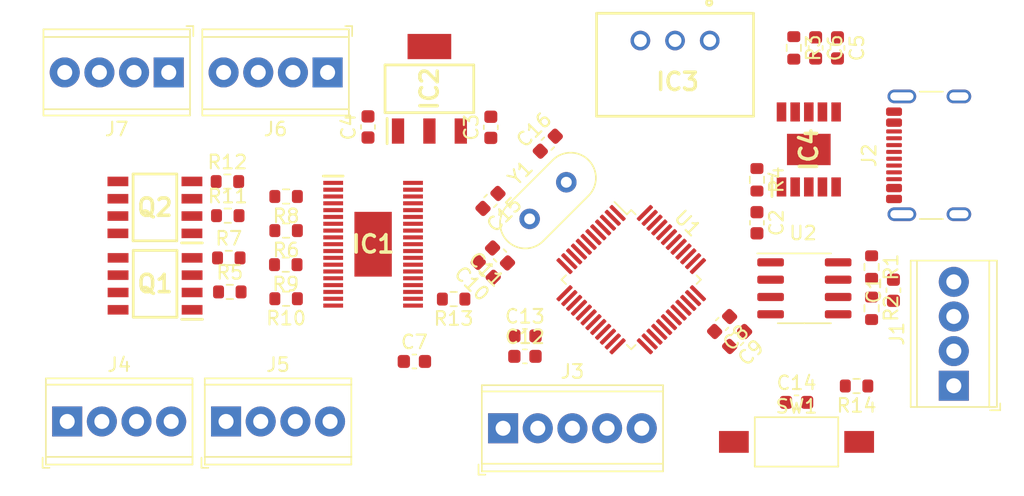
<source format=kicad_pcb>
(kicad_pcb (version 20221018) (generator pcbnew)
  (layers (0 "F.Cu" signal) (31 "B.Cu" signal) (34 "B.Paste" user) (35 "F.Paste" user) (36 "B.SilkS" user "B.Silkscreen") (37 "F.SilkS" user "F.Silkscreen") (38 "B.Mask" user) (39 "F.Mask" user) (44 "Edge.Cuts" user))
  (net 0 "")
  (net 1 "GND")
  (net 2 "Net-(C1-Pad2)")
  (net 3 "+3.3V")
  (net 4 "+3V3")
  (net 5 "+5V")
  (net 6 "VBUS")
  (net 7 "/NRST")
  (net 8 "/OSC_OUT")
  (net 9 "/OSC_IN")
  (net 10 "/USART6_EN")
  (net 11 "Net-(IC1-GATE4)")
  (net 12 "Net-(IC1-SENSE-4)")
  (net 13 "Net-(IC1-L+4)")
  (net 14 "Net-(IC1-CQ4)")
  (net 15 "Net-(IC1-CQ3)")
  (net 16 "Net-(IC1-GATE3)")
  (net 17 "Net-(IC1-SENSE-3)")
  (net 18 "Net-(IC1-L+3)")
  (net 19 "Net-(IC1-GATE2)")
  (net 20 "Net-(IC1-SENSE-2)")
  (net 21 "Net-(IC1-L+2)")
  (net 22 "Net-(IC1-CQ2)")
  (net 23 "Net-(IC1-CQ1)")
  (net 24 "Net-(IC1-GATE1)")
  (net 25 "Net-(IC1-SENSE-1)")
  (net 26 "Net-(IC1-L+1)")
  (net 27 "/USART2_RX")
  (net 28 "/USART2_TX")
  (net 29 "/USART2_EN")
  (net 30 "/IRQ")
  (net 31 "/SPI2_MISO")
  (net 32 "/USART3_RX")
  (net 33 "/USART3_TX")
  (net 34 "/USART3_EN")
  (net 35 "/SPI2_MOSI")
  (net 36 "/SPI2_SCK")
  (net 37 "/SPI2_NSS")
  (net 38 "/USART4_RX")
  (net 39 "/USART4_TX")
  (net 40 "/USART4_EN")
  (net 41 "/USART6_RX")
  (net 42 "/USART6_TX")
  (net 45 "/DP")
  (net 46 "/DM")
  (net 47 "/CC2")
  (net 48 "/CC1")
  (net 49 "Net-(IC4-VBUS)")
  (net 52 "/CAN_H")
  (net 53 "/CAN_L")
  (net 56 "/SWDIO")
  (net 57 "/SWCLK")
  (net 58 "/USART1_TX")
  (net 59 "/USART1_RX")
  (net 64 "Net-(Q1-G1)")
  (net 65 "Net-(Q1-G2)")
  (net 66 "Net-(Q2-G1)")
  (net 67 "Net-(Q2-G2)")
  (net 81 "/CAN_RX")
  (net 82 "/CAN_TX")
  (footprint "Capacitor_SMD:C_0603_1608Metric" (layer "F.Cu") (at 85.9 77.825 90)
    (fp_text reference "C3" (at 0 -1.43 90) (layer "F.SilkS"))
    (fp_text value "22uF")
    (pad "1" smd roundrect (at -0.775 0 90) (size 0.9 0.95) (layers "F.Cu" "F.Paste" "F.Mask") (net 4 "+3V3"))
    (pad "2" smd roundrect (at 0.775 0 90) (size 0.9 0.95) (layers "F.Cu" "F.Paste" "F.Mask") (net 1 "GND"))
  )
  (footprint "TerminalBlock_Phoenix:TerminalBlock_Phoenix_MPT-0,5-5-2.54_1x05_P2.54mm_Horizontal" (layer "F.Cu") (at 86.8 99.9)
    (fp_text reference "J3" (at 5.08 -4.16) (layer "F.SilkS"))
    (fp_text value "Screw_Terminal_01x05")
    (pad "1" thru_hole rect (at 0 0) (size 2.2 2.2) (drill 1.1) (layers "*.Cu" "*.Mask") (net 1 "GND"))
    (pad "2" thru_hole circle (at 2.54 0) (size 2.2 2.2) (drill 1.1) (layers "*.Cu" "*.Mask") (net 56 "/SWDIO"))
    (pad "3" thru_hole circle (at 5.08 0) (size 2.2 2.2) (drill 1.1) (layers "*.Cu" "*.Mask") (net 57 "/SWCLK"))
    (pad "4" thru_hole circle (at 7.62 0) (size 2.2 2.2) (drill 1.1) (layers "*.Cu" "*.Mask") (net 58 "/USART1_TX"))
    (pad "5" thru_hole circle (at 10.16 0) (size 2.2 2.2) (drill 1.1) (layers "*.Cu" "*.Mask") (net 59 "/USART1_RX"))
  )
  (footprint "Resistor_SMD:R_0603_1608Metric" (layer "F.Cu") (at 70.9 82.9 180)
    (fp_text reference "R8" (at 0 -1.43) (layer "F.SilkS"))
    (fp_text value "0.2ohm")
    (pad "1" smd roundrect (at -0.825 0 180) (size 0.8 0.95) (layers "F.Cu" "F.Paste" "F.Mask") (net 12 "Net-(IC1-SENSE-4)"))
    (pad "2" smd roundrect (at 0.825 0 180) (size 0.8 0.95) (layers "F.Cu" "F.Paste" "F.Mask") (net 6 "VBUS"))
  )
  (footprint "Resistor_SMD:R_0603_1608Metric" (layer "F.Cu") (at 66.6 81.805)
    (fp_text reference "R12" (at 0 -1.43) (layer "F.SilkS"))
    (fp_text value "10ohm")
    (pad "1" smd roundrect (at -0.825 0) (size 0.8 0.95) (layers "F.Cu" "F.Paste" "F.Mask") (net 67 "Net-(Q2-G2)"))
    (pad "2" smd roundrect (at 0.825 0) (size 0.8 0.95) (layers "F.Cu" "F.Paste" "F.Mask") (net 11 "Net-(IC1-GATE4)"))
  )
  (footprint "Capacitor_SMD:C_0603_1608Metric" (layer "F.Cu") (at 88.399874 93.125126)
    (fp_text reference "C13" (at 0 -1.43) (layer "F.SilkS"))
    (fp_text value "4.7uF")
    (pad "1" smd roundrect (at -0.775 0) (size 0.9 0.95) (layers "F.Cu" "F.Paste" "F.Mask") (net 4 "+3V3"))
    (pad "2" smd roundrect (at 0.775 0) (size 0.9 0.95) (layers "F.Cu" "F.Paste" "F.Mask") (net 1 "GND"))
  )
  (footprint "Capacitor_SMD:C_0603_1608Metric" (layer "F.Cu") (at 109.7 72 -90)
    (fp_text reference "C6" (at 0 -1.43 90) (layer "F.SilkS"))
    (fp_text value "4.7uF")
    (pad "1" smd roundrect (at -0.775 0 270) (size 0.9 0.95) (layers "F.Cu" "F.Paste" "F.Mask") (net 6 "VBUS"))
    (pad "2" smd roundrect (at 0.775 0 270) (size 0.9 0.95) (layers "F.Cu" "F.Paste" "F.Mask") (net 1 "GND"))
  )
  (footprint "Capacitor_SMD:C_0603_1608Metric" (layer "F.Cu") (at 115.4 89.775 90)
    (fp_text reference "C1" (at 0 -1.43 90) (layer "F.SilkS"))
    (fp_text value "4.7uF")
    (pad "1" smd roundrect (at -0.775 0 90) (size 0.9 0.95) (layers "F.Cu" "F.Paste" "F.Mask") (net 1 "GND"))
    (pad "2" smd roundrect (at 0.775 0 90) (size 0.9 0.95) (layers "F.Cu" "F.Paste" "F.Mask") (net 2 "Net-(C1-Pad2)"))
  )
  (footprint "Resistor_SMD:R_0603_1608Metric" (layer "F.Cu") (at 105.4 81.675 -90)
    (fp_text reference "R4" (at 0 -1.43 90) (layer "F.SilkS"))
    (fp_text value "1kohm")
    (pad "1" smd roundrect (at -0.825 0 270) (size 0.8 0.95) (layers "F.Cu" "F.Paste" "F.Mask") (net 6 "VBUS"))
    (pad "2" smd roundrect (at 0.825 0 270) (size 0.8 0.95) (layers "F.Cu" "F.Paste" "F.Mask") (net 3 "+3.3V"))
  )
  (footprint "myLIB:SOP100P600X180-11N" (layer "F.Cu") (at 109.2 79.45 90)
    (fp_text reference "IC4" (at 0 0 90) (layer "F.SilkS") (effects (font (size 1.27 1.27) (thickness 0.254))))
    (fp_text value "CH224K" hide)
    (pad "1" smd rect (at -2.75 -2 180) (size 0.7 1.4) (layers "F.Cu" "F.Paste" "F.Mask") (net 3 "+3.3V"))
    (pad "2" smd rect (at -2.75 -1 180) (size 0.7 1.4) (layers "F.Cu" "F.Paste" "F.Mask"))
    (pad "3" smd rect (at -2.75 0 180) (size 0.7 1.4) (layers "F.Cu" "F.Paste" "F.Mask"))
    (pad "4" smd rect (at -2.75 1 180) (size 0.7 1.4) (layers "F.Cu" "F.Paste" "F.Mask") (net 45 "/DP"))
    (pad "5" smd rect (at -2.75 2 180) (size 0.7 1.4) (layers "F.Cu" "F.Paste" "F.Mask") (net 46 "/DM"))
    (pad "6" smd rect (at 2.75 2 180) (size 0.7 1.4) (layers "F.Cu" "F.Paste" "F.Mask") (net 47 "/CC2"))
    (pad "7" smd rect (at 2.75 1 180) (size 0.7 1.4) (layers "F.Cu" "F.Paste" "F.Mask") (net 48 "/CC1"))
    (pad "8" smd rect (at 2.75 0 180) (size 0.7 1.4) (layers "F.Cu" "F.Paste" "F.Mask") (net 49 "Net-(IC4-VBUS)"))
    (pad "9" smd rect (at 2.75 -1 180) (size 0.7 1.4) (layers "F.Cu" "F.Paste" "F.Mask"))
    (pad "10" smd rect (at 2.75 -2 180) (size 0.7 1.4) (layers "F.Cu" "F.Paste" "F.Mask"))
    (pad "11" smd rect (at 0 0 90) (size 2.3 3.2) (layers "F.Cu" "F.Paste" "F.Mask") (net 1 "GND"))
  )
  (footprint "Resistor_SMD:R_0603_1608Metric" (layer "F.Cu") (at 83.174874 90.425126 180)
    (fp_text reference "R13" (at 0 -1.43) (layer "F.SilkS"))
    (fp_text value "4.7kohm")
    (pad "1" smd roundrect (at -0.825 0 180) (size 0.8 0.95) (layers "F.Cu" "F.Paste" "F.Mask") (net 4 "+3V3"))
    (pad "2" smd roundrect (at 0.825 0 180) (size 0.8 0.95) (layers "F.Cu" "F.Paste" "F.Mask") (net 30 "/IRQ"))
  )
  (footprint "Capacitor_SMD:C_0603_1608Metric" (layer "F.Cu") (at 76.9 77.8 90)
    (fp_text reference "C4" (at 0 -1.43 90) (layer "F.SilkS"))
    (fp_text value "10uF")
    (pad "1" smd roundrect (at -0.775 0 90) (size 0.9 0.95) (layers "F.Cu" "F.Paste" "F.Mask") (net 5 "+5V"))
    (pad "2" smd roundrect (at 0.775 0 90) (size 0.9 0.95) (layers "F.Cu" "F.Paste" "F.Mask") (net 1 "GND"))
  )
  (footprint "myLIB:M78AR05" (layer "F.Cu") (at 99.4 69.4625 180)
    (fp_text reference "IC3" (at -0.183 -5.015) (layer "F.SilkS") (effects (font (size 1.27 1.27) (thickness 0.254))))
    (fp_text value "M78AR05-0.5" hide)
    (pad "1" thru_hole circle (at -2.54 -2 180) (size 1.44 1.44) (drill 0.94) (layers "*.Cu" "*.Mask") (net 6 "VBUS"))
    (pad "2" thru_hole circle (at 0 -2 180) (size 1.44 1.44) (drill 0.94) (layers "*.Cu" "*.Mask") (net 1 "GND"))
    (pad "3" thru_hole circle (at 2.54 -2 180) (size 1.44 1.44) (drill 0.94) (layers "*.Cu" "*.Mask") (net 5 "+5V"))
  )
  (footprint "Connector_USB:USB_C_Receptacle_GCT_USB4105-xx-A_16P_TopMnt_Horizontal" (layer "F.Cu") (at 119.125 79.88 90)
    (fp_text reference "J2" (at 0 -5.5 90 unlocked) (layer "F.SilkS"))
    (fp_text value "USB_C_Receptacle_USB2.0")
    (pad "" np_thru_hole circle (at -2.89 -2.605 90) (size 0.65 0.65) (drill 0.65) (layers "F&B.Cu" "*.Mask"))
    (pad "" np_thru_hole circle (at 2.89 -2.605 90) (size 0.65 0.65) (drill 0.65) (layers "F&B.Cu" "*.Mask"))
    (pad "A1" smd roundrect (at -3.2 -3.68 90) (size 0.6 1.15) (layers "F.Cu" "F.Paste" "F.Mask") (net 1 "GND"))
    (pad "A4" smd roundrect (at -2.4 -3.68 90) (size 0.6 1.15) (layers "F.Cu" "F.Paste" "F.Mask") (net 6 "VBUS"))
    (pad "A5" smd roundrect (at -1.25 -3.68 90) (size 0.3 1.15) (layers "F.Cu" "F.Paste" "F.Mask") (net 48 "/CC1"))
    (pad "A6" smd roundrect (at -0.25 -3.68 90) (size 0.3 1.15) (layers "F.Cu" "F.Paste" "F.Mask") (net 45 "/DP"))
    (pad "A7" smd roundrect (at 0.25 -3.68 90) (size 0.3 1.15) (layers "F.Cu" "F.Paste" "F.Mask") (net 46 "/DM"))
    (pad "A8" smd roundrect (at 1.25 -3.68 90) (size 0.3 1.15) (layers "F.Cu" "F.Paste" "F.Mask"))
    (pad "A9" smd roundrect (at 2.4 -3.68 90) (size 0.6 1.15) (layers "F.Cu" "F.Paste" "F.Mask") (net 6 "VBUS"))
    (pad "A12" smd roundrect (at 3.2 -3.68 90) (size 0.6 1.15) (layers "F.Cu" "F.Paste" "F.Mask") (net 1 "GND"))
    (pad "B1" smd roundrect (at 3.2 -3.68 90) (size 0.6 1.15) (layers "F.Cu" "F.Paste" "F.Mask") (net 1 "GND"))
    (pad "B4" smd roundrect (at 2.4 -3.68 90) (size 0.6 1.15) (layers "F.Cu" "F.Paste" "F.Mask") (net 6 "VBUS"))
    (pad "B5" smd roundrect (at 1.75 -3.68 90) (size 0.3 1.15) (layers "F.Cu" "F.Paste" "F.Mask") (net 47 "/CC2"))
    (pad "B6" smd roundrect (at 0.75 -3.68 90) (size 0.3 1.15) (layers "F.Cu" "F.Paste" "F.Mask") (net 45 "/DP"))
    (pad "B7" smd roundrect (at -0.75 -3.68 90) (size 0.3 1.15) (layers "F.Cu" "F.Paste" "F.Mask") (net 46 "/DM"))
    (pad "B8" smd roundrect (at -1.75 -3.68 90) (size 0.3 1.15) (layers "F.Cu" "F.Paste" "F.Mask"))
    (pad "B9" smd roundrect (at -2.4 -3.68 90) (size 0.6 1.15) (layers "F.Cu" "F.Paste" "F.Mask") (net 6 "VBUS"))
    (pad "B12" smd roundrect (at -3.2 -3.68 90) (size 0.6 1.15) (layers "F.Cu" "F.Paste" "F.Mask") (net 1 "GND"))
    (pad "S1" thru_hole oval (at -4.32 -3.105 90) (size 1 2.1) (drill oval 0.6 1.7) (layers "*.Cu" "*.Mask" "F.Paste") (net 1 "GND"))
    (pad "S1" thru_hole oval (at -4.32 1.075 90) (size 1 1.8) (drill oval 0.6 1.4) (layers "*.Cu" "*.Mask" "F.Paste") (net 1 "GND"))
    (pad "S1" thru_hole oval (at 4.32 -3.105 90) (size 1 2.1) (drill oval 0.6 1.7) (layers "*.Cu" "*.Mask" "F.Paste") (net 1 "GND"))
    (pad "S1" thru_hole oval (at 4.32 1.075 90) (size 1 1.8) (drill oval 0.6 1.4) (layers "*.Cu" "*.Mask" "F.Paste") (net 1 "GND"))
  )
  (footprint "myLIB:SOT230P700X180-4N" (layer "F.Cu") (at 81.4 75 90)
    (fp_text reference "IC2" (at 0 0 90) (layer "F.SilkS") (effects (font (size 1.27 1.27) (thickness 0.254))))
    (fp_text value "AZ1117CH2-5.0TRG1" hide)
    (pad "1" smd rect (at -3.1 -2.3 180) (size 0.9 1.85) (layers "F.Cu" "F.Paste" "F.Mask") (net 5 "+5V"))
    (pad "2" smd rect (at -3.1 0 180) (size 0.9 1.85) (layers "F.Cu" "F.Paste" "F.Mask") (net 1 "GND"))
    (pad "3" smd rect (at -3.1 2.3 180) (size 0.9 1.85) (layers "F.Cu" "F.Paste" "F.Mask") (net 4 "+3V3"))
    (pad "4" smd rect (at 3.1 0 90) (size 1.85 3.2) (layers "F.Cu" "F.Paste" "F.Mask") (net 1 "GND"))
  )
  (footprint "Crystal:Crystal_HC52-8mm_Vertical" (layer "F.Cu") (at 88.744373 84.542291 45)
    (fp_text reference "Y1" (at 1.9 -2.85 45) (layer "F.SilkS"))
    (fp_text value "8Mhz")
    (pad "1" thru_hole circle (at 0 0 45) (size 1.5 1.5) (drill 0.8) (layers "*.Cu" "*.Mask") (net 8 "/OSC_OUT"))
    (pad "2" thru_hole circle (at 3.8 0 45) (size 1.5 1.5) (drill 0.8) (layers "*.Cu" "*.Mask") (net 9 "/OSC_IN"))
  )
  (footprint "Resistor_SMD:R_0603_1608Metric" (layer "F.Cu") (at 113.8 88.075 -90)
    (fp_text reference "R1" (at 0 -1.43 90) (layer "F.SilkS"))
    (fp_text value "60ohm")
    (pad "1" smd roundrect (at -0.825 0 270) (size 0.8 0.95) (layers "F.Cu" "F.Paste" "F.Mask") (net 52 "/CAN_H"))
    (pad "2" smd roundrect (at 0.825 0 270) (size 0.8 0.95) (layers "F.Cu" "F.Paste" "F.Mask") (net 2 "Net-(C1-Pad2)"))
  )
  (footprint "myLIB:SOP50P640X120-39N" (layer "F.Cu") (at 77.275 86.4)
    (fp_text reference "IC1" (at 0 0) (layer "F.SilkS") (effects (font (size 1.27 1.27) (thickness 0.254))))
    (fp_text value "LTC2874IFE#PBF" hide)
    (pad "1" smd rect (at -2.925 -4.5 90) (size 0.3 1.45) (layers "F.Cu" "F.Paste" "F.Mask") (net 10 "/USART6_EN"))
    (pad "2" smd rect (at -2.925 -4 90) (size 0.3 1.45) (layers "F.Cu" "F.Paste" "F.Mask") (net 11 "Net-(IC1-GATE4)"))
    (pad "3" smd rect (at -2.925 -3.5 90) (size 0.3 1.45) (layers "F.Cu" "F.Paste" "F.Mask") (net 12 "Net-(IC1-SENSE-4)"))
    (pad "4" smd rect (at -2.925 -3 90) (size 0.3 1.45) (layers "F.Cu" "F.Paste" "F.Mask") (net 13 "Net-(IC1-L+4)"))
    (pad "5" smd rect (at -2.925 -2.5 90) (size 0.3 1.45) (layers "F.Cu" "F.Paste" "F.Mask") (net 14 "Net-(IC1-CQ4)"))
    (pad "6" smd rect (at -2.925 -2 90) (size 0.3 1.45) (layers "F.Cu" "F.Paste" "F.Mask") (net 15 "Net-(IC1-CQ3)"))
    (pad "7" smd rect (at -2.925 -1.5 90) (size 0.3 1.45) (layers "F.Cu" "F.Paste" "F.Mask") (net 16 "Net-(IC1-GATE3)"))
    (pad "8" smd rect (at -2.925 -1 90) (size 0.3 1.45) (layers "F.Cu" "F.Paste" "F.Mask") (net 17 "Net-(IC1-SENSE-3)"))
    (pad "9" smd rect (at -2.925 -0.5 90) (size 0.3 1.45) (layers "F.Cu" "F.Paste" "F.Mask") (net 18 "Net-(IC1-L+3)"))
    (pad "10" smd rect (at -2.925 0 90) (size 0.3 1.45) (layers "F.Cu" "F.Paste" "F.Mask") (net 6 "VBUS"))
    (pad "11" smd rect (at -2.925 0.5 90) (size 0.3 1.45) (layers "F.Cu" "F.Paste" "F.Mask") (net 6 "VBUS"))
    (pad "12" smd rect (at -2.925 1 90) (size 0.3 1.45) (layers "F.Cu" "F.Paste" "F.Mask") (net 19 "Net-(IC1-GATE2)"))
    (pad "13" smd rect (at -2.925 1.5 90) (size 0.3 1.45) (layers "F.Cu" "F.Paste" "F.Mask") (net 20 "Net-(IC1-SENSE-2)"))
    (pad "14" smd rect (at -2.925 2 90) (size 0.3 1.45) (layers "F.Cu" "F.Paste" "F.Mask") (net 21 "Net-(IC1-L+2)"))
    (pad "15" smd rect (at -2.925 2.5 90) (size 0.3 1.45) (layers "F.Cu" "F.Paste" "F.Mask") (net 22 "Net-(IC1-CQ2)"))
    (pad "16" smd rect (at -2.925 3 90) (size 0.3 1.45) (layers "F.Cu" "F.Paste" "F.Mask") (net 23 "Net-(IC1-CQ1)"))
    (pad "17" smd rect (at -2.925 3.5 90) (size 0.3 1.45) (layers "F.Cu" "F.Paste" "F.Mask") (net 24 "Net-(IC1-GATE1)"))
    (pad "18" smd rect (at -2.925 4 90) (size 0.3 1.45) (layers "F.Cu" "F.Paste" "F.Mask") (net 25 "Net-(IC1-SENSE-1)"))
    (pad "19" smd rect (at -2.925 4.5 90) (size 0.3 1.45) (layers "F.Cu" "F.Paste" "F.Mask") (net 26 "Net-(IC1-L+1)"))
    (pad "20" smd rect (at 2.925 4.5 90) (size 0.3 1.45) (layers "F.Cu" "F.Paste" "F.Mask") (net 27 "/USART2_RX"))
    (pad "21" smd rect (at 2.925 4 90) (size 0.3 1.45) (layers "F.Cu" "F.Paste" "F.Mask") (net 28 "/USART2_TX"))
    (pad "22" smd rect (at 2.925 3.5 90) (size 0.3 1.45) (layers "F.Cu" "F.Paste" "F.Mask") (net 29 "/USART2_EN"))
    (pad "23" smd rect (at 2.925 3 90) (size 0.3 1.45) (layers "F.Cu" "F.Paste" "F.Mask") (net 30 "/IRQ"))
    (pad "24" smd rect (at 2.925 2.5 90) (size 0.3 1.45) (layers "F.Cu" "F.Paste" "F.Mask") (net 31 "/SPI2_MISO"))
    (pad "25" smd rect (at 2.925 2 90) (size 0.3 1.45) (layers "F.Cu" "F.Paste" "F.Mask") (net 32 "/USART3_RX"))
    (pad "26" smd rect (at 2.925 1.5 90) (size 0.3 1.45) (layers "F.Cu" "F.Paste" "F.Mask") (net 33 "/USART3_TX"))
    (pad "27" smd rect (at 2.925 1 90) (size 0.3 1.45) (layers "F.Cu" "F.Paste" "F.Mask") (net 34 "/USART3_EN"))
    (pad "28" smd rect (at 2.925 0.5 90) (size 0.3 1.45) (layers "F.Cu" "F.Paste" "F.Mask") (net 4 "+3V3"))
    (pad "29" smd rect (at 2.925 0 90) (size 0.3 1.45) (layers "F.Cu" "F.Paste" "F.Mask") (net 1 "GND"))
    (pad "30" smd rect (at 2.925 -0.5 90) (size 0.3 1.45) (layers "F.Cu" "F.Paste" "F.Mask") (net 1 "GND"))
    (pad "31" smd rect (at 2.925 -1 90) (size 0.3 1.45) (layers "F.Cu" "F.Paste" "F.Mask") (net 35 "/SPI2_MOSI"))
    (pad "32" smd rect (at 2.925 -1.5 90) (size 0.3 1.45) (layers "F.Cu" "F.Paste" "F.Mask") (net 36 "/SPI2_SCK"))
    (pad "33" smd rect (at 2.925 -2 90) (size 0.3 1.45) (layers "F.Cu" "F.Paste" "F.Mask") (net 37 "/SPI2_NSS"))
    (pad "34" smd rect (at 2.925 -2.5 90) (size 0.3 1.45) (layers "F.Cu" "F.Paste" "F.Mask") (net 38 "/USART4_RX"))
    (pad "35" smd rect (at 2.925 -3 90) (size 0.3 1.45) (layers "F.Cu" "F.Paste" "F.Mask") (net 39 "/USART4_TX"))
    (pad "36" smd rect (at 2.925 -3.5 90) (size 0.3 1.45) (layers "F.Cu" "F.Paste" "F.Mask") (net 40 "/USART4_EN"))
    (pad "37" smd rect (at 2.925 -4 90) (size 0.3 1.45) (layers "F.Cu" "F.Paste" "F.Mask") (net 41 "/USART6_RX"))
    (pad "38" smd rect (at 2.925 -4.5 90) (size 0.3 1.45) (layers "F.Cu" "F.Paste" "F.Mask") (net 42 "/USART6_TX"))
    (pad "39" smd rect (at 0 0) (size 2.74 4.75) (layers "F.Cu" "F.Paste" "F.Mask") (net 1 "GND"))
  )
  (footprint "Resistor_SMD:R_0603_1608Metric" (layer "F.Cu") (at 108.1 72 -90)
    (fp_text reference "R3" (at 0 -1.43 90) (layer "F.SilkS"))
    (fp_text value "10kohm")
    (pad "1" smd roundrect (at -0.825 0 270) (size 0.8 0.95) (layers "F.Cu" "F.Paste" "F.Mask") (net 6 "VBUS"))
    (pad "2" smd roundrect (at 0.825 0 270) (size 0.8 0.95) (layers "F.Cu" "F.Paste" "F.Mask") (net 49 "Net-(IC4-VBUS)"))
  )
  (footprint "Capacitor_SMD:C_0603_1608Metric" (layer "F.Cu") (at 85.874874 83.225126 -135)
    (fp_text reference "C15" (at 0 -1.43 45) (layer "F.SilkS"))
    (fp_text value "32pF")
    (pad "1" smd roundrect (at -0.775 0 225) (size 0.9 0.95) (layers "F.Cu" "F.Paste" "F.Mask") (net 8 "/OSC_OUT"))
    (pad "2" smd roundrect (at 0.775 0 225) (size 0.9 0.95) (layers "F.Cu" "F.Paste" "F.Mask") (net 1 "GND"))
  )
  (footprint "TerminalBlock_Phoenix:TerminalBlock_Phoenix_MPT-0,5-4-2.54_1x04_P2.54mm_Horizontal" (layer "F.Cu") (at 54.86 99.4)
    (fp_text reference "J4" (at 3.81 -4.16) (layer "F.SilkS"))
    (fp_text value "Screw_Terminal_01x04")
    (pad "1" thru_hole rect (at 0 0) (size 2.2 2.2) (drill 1.1) (layers "*.Cu" "*.Mask") (net 21 "Net-(IC1-L+2)"))
    (pad "2" thru_hole circle (at 2.54 0) (size 2.2 2.2) (drill 1.1) (layers "*.Cu" "*.Mask"))
    (pad "3" thru_hole circle (at 5.08 0) (size 2.2 2.2) (drill 1.1) (layers "*.Cu" "*.Mask") (net 1 "GND"))
    (pad "4" thru_hole circle (at 7.62 0) (size 2.2 2.2) (drill 1.1) (layers "*.Cu" "*.Mask") (net 22 "Net-(IC1-CQ2)"))
  )
  (footprint "Resistor_SMD:R_0603_1608Metric" (layer "F.Cu") (at 112.7 96.8 180)
    (fp_text reference "R14" (at 0 -1.43) (layer "F.SilkS"))
    (fp_text value "10kohm")
    (pad "1" smd roundrect (at -0.825 0 180) (size 0.8 0.95) (layers "F.Cu" "F.Paste" "F.Mask") (net 7 "/NRST"))
    (pad "2" smd roundrect (at 0.825 0 180) (size 0.8 0.95) (layers "F.Cu" "F.Paste" "F.Mask") (net 4 "+3V3"))
  )
  (footprint "Capacitor_SMD:C_0603_1608Metric" (layer "F.Cu") (at 108.3 98)
    (fp_text reference "C14" (at 0 -1.43) (layer "F.SilkS"))
    (fp_text value "C")
    (pad "1" smd roundrect (at -0.775 0) (size 0.9 0.95) (layers "F.Cu" "F.Paste" "F.Mask") (net 1 "GND"))
    (pad "2" smd roundrect (at 0.775 0) (size 0.9 0.95) (layers "F.Cu" "F.Paste" "F.Mask") (net 7 "/NRST"))
  )
  (footprint "TerminalBlock_Phoenix:TerminalBlock_Phoenix_MPT-0,5-4-2.54_1x04_P2.54mm_Horizontal" (layer "F.Cu") (at 66.5 99.4)
    (fp_text reference "J5" (at 3.81 -4.16) (layer "F.SilkS"))
    (fp_text value "Screw_Terminal_01x04")
    (pad "1" thru_hole rect (at 0 0) (size 2.2 2.2) (drill 1.1) (layers "*.Cu" "*.Mask") (net 26 "Net-(IC1-L+1)"))
    (pad "2" thru_hole circle (at 2.54 0) (size 2.2 2.2) (drill 1.1) (layers "*.Cu" "*.Mask"))
    (pad "3" thru_hole circle (at 5.08 0) (size 2.2 2.2) (drill 1.1) (layers "*.Cu" "*.Mask") (net 1 "GND"))
    (pad "4" thru_hole circle (at 7.62 0) (size 2.2 2.2) (drill 1.1) (layers "*.Cu" "*.Mask") (net 23 "Net-(IC1-CQ1)"))
  )
  (footprint "Package_QFP:LQFP-48_7x7mm_P0.5mm" (layer "F.Cu") (at 96.187876 88.998788 -45)
    (fp_text reference "U1" (at 0 -5.85 135) (layer "F.SilkS"))
    (fp_text value "STM32F091CCTx")
    (pad "1" smd roundrect (at -4.1625 -2.75 315) (size 1.475 0.3) (layers "F.Cu" "F.Paste" "F.Mask") (net 4 "+3V3"))
    (pad "2" smd roundrect (at -4.1625 -2.25 315) (size 1.475 0.3) (layers "F.Cu" "F.Paste" "F.Mask"))
    (pad "3" smd roundrect (at -4.1625 -1.75 315) (size 1.475 0.3) (layers "F.Cu" "F.Paste" "F.Mask"))
    (pad "4" smd roundrect (at -4.1625 -1.25 315) (size 1.475 0.3) (layers "F.Cu" "F.Paste" "F.Mask"))
    (pad "5" smd roundrect (at -4.1625 -0.75 315) (size 1.475 0.3) (layers "F.Cu" "F.Paste" "F.Mask") (net 9 "/OSC_IN"))
    (pad "6" smd roundrect (at -4.1625 -0.25 315) (size 1.475 0.3) (layers "F.Cu" "F.Paste" "F.Mask") (net 8 "/OSC_OUT"))
    (pad "7" smd roundrect (at -4.1625 0.25 315) (size 1.475 0.3) (layers "F.Cu" "F.Paste" "F.Mask") (net 7 "/NRST"))
    (pad "8" smd roundrect (at -4.1625 0.75 315) (size 1.475 0.3) (layers "F.Cu" "F.Paste" "F.Mask") (net 1 "GND"))
    (pad "9" smd roundrect (at -4.1625 1.25 315) (size 1.475 0.3) (layers "F.Cu" "F.Paste" "F.Mask") (net 4 "+3V3"))
    (pad "10" smd roundrect (at -4.1625 1.75 315) (size 1.475 0.3) (layers "F.Cu" "F.Paste" "F.Mask") (net 39 "/USART4_TX"))
    (pad "11" smd roundrect (at -4.1625 2.25 315) (size 1.475 0.3) (layers "F.Cu" "F.Paste" "F.Mask") (net 38 "/USART4_RX"))
    (pad "12" smd roundrect (at -4.1625 2.75 315) (size 1.475 0.3) (layers "F.Cu" "F.Paste" "F.Mask") (net 28 "/USART2_TX"))
    (pad "13" smd roundrect (at -2.75 4.1625 315) (size 0.3 1.475) (layers "F.Cu" "F.Paste" "F.Mask") (net 27 "/USART2_RX"))
    (pad "14" smd roundrect (at -2.25 4.1625 315) (size 0.3 1.475) (layers "F.Cu" "F.Paste" "F.Mask") (net 42 "/USART6_TX"))
    (pad "15" smd roundrect (at -1.75 4.1625 315) (size 0.3 1.475) (layers "F.Cu" "F.Paste" "F.Mask") (net 41 "/USART6_RX"))
    (pad "16" smd roundrect (at -1.25 4.1625 315) (size 0.3 1.475) (layers "F.Cu" "F.Paste" "F.Mask"))
    (pad "17" smd roundrect (at -0.75 4.1625 315) (size 0.3 1.475) (layers "F.Cu" "F.Paste" "F.Mask") (net 40 "/USART4_EN"))
    (pad "18" smd roundrect (at -0.25 4.1625 315) (size 0.3 1.475) (layers "F.Cu" "F.Paste" "F.Mask") (net 29 "/USART2_EN"))
    (pad "19" smd roundrect (at 0.25 4.1625 315) (size 0.3 1.475) (layers "F.Cu" "F.Paste" "F.Mask") (net 10 "/USART6_EN"))
    (pad "20" smd roundrect (at 0.75 4.1625 315) (size 0.3 1.475) (layers "F.Cu" "F.Paste" "F.Mask") (net 34 "/USART3_EN"))
    (pad "21" smd roundrect (at 1.25 4.1625 315) (size 0.3 1.475) (layers "F.Cu" "F.Paste" "F.Mask") (net 33 "/USART3_TX"))
    (pad "22" smd roundrect (at 1.75 4.1625 315) (size 0.3 1.475) (layers "F.Cu" "F.Paste" "F.Mask") (net 32 "/USART3_RX"))
    (pad "23" smd roundrect (at 2.25 4.1625 315) (size 0.3 1.475) (layers "F.Cu" "F.Paste" "F.Mask") (net 1 "GND"))
    (pad "24" smd roundrect (at 2.75 4.1625 315) (size 0.3 1.475) (layers "F.Cu" "F.Paste" "F.Mask") (net 4 "+3V3"))
    (pad "25" smd roundrect (at 4.1625 2.75 315) (size 1.475 0.3) (layers "F.Cu" "F.Paste" "F.Mask") (net 37 "/SPI2_NSS"))
    (pad "26" smd roundrect (at 4.1625 2.25 315) (size 1.475 0.3) (layers "F.Cu" "F.Paste" "F.Mask") (net 36 "/SPI2_SCK"))
    (pad "27" smd roundrect (at 4.1625 1.75 315) (size 1.475 0.3) (layers "F.Cu" "F.Paste" "F.Mask") (net 31 "/SPI2_MISO"))
    (pad "28" smd roundrect (at 4.1625 1.25 315) (size 1.475 0.3) (layers "F.Cu" "F.Paste" "F.Mask") (net 35 "/SPI2_MOSI"))
    (pad "29" smd roundrect (at 4.1625 0.75 315) (size 1.475 0.3) (layers "F.Cu" "F.Paste" "F.Mask") (net 30 "/IRQ"))
    (pad "30" smd roundrect (at 4.1625 0.25 315) (size 1.475 0.3) (layers "F.Cu" "F.Paste" "F.Mask") (net 58 "/USART1_TX"))
    (pad "31" smd roundrect (at 4.1625 -0.25 315) (size 1.475 0.3) (layers "F.Cu" "F.Paste" "F.Mask") (net 59 "/USART1_RX"))
    (pad "32" smd roundrect (at 4.1625 -0.75 315) (size 1.475 0.3) (layers "F.Cu" "F.Paste" "F.Mask"))
    (pad "33" smd roundrect (at 4.1625 -1.25 315) (size 1.475 0.3) (layers "F.Cu" "F.Paste" "F.Mask"))
    (pad "34" smd roundrect (at 4.1625 -1.75 315) (size 1.475 0.3) (layers "F.Cu" "F.Paste" "F.Mask") (net 56 "/SWDIO"))
    (pad "35" smd roundrect (at 4.1625 -2.25 315) (size 1.475 0.3) (layers "F.Cu" "F.Paste" "F.Mask") (net 1 "GND"))
    (pad "36" smd roundrect (at 4.1625 -2.75 315) (size 1.475 0.3) (layers "F.Cu" "F.Paste" "F.Mask") (net 4 "+3V3"))
    (pad "37" smd roundrect (at 2.75 -4.1625 315) (size 0.3 1.475) (layers "F.Cu" "F.Paste" "F.Mask") (net 57 "/SWCLK"))
    (pad "38" smd roundrect (at 2.25 -4.1625 315) (size 0.3 1.475) (layers "F.Cu" "F.Paste" "F.Mask"))
    (pad "39" smd roundrect (at 1.75 -4.1625 315) (size 0.3 1.475) (layers "F.Cu" "F.Paste" "F.Mask"))
    (pad "40" smd roundrect (at 1.25 -4.1625 315) (size 0.3 1.475) (layers "F.Cu" "F.Paste" "F.Mask"))
    (pad "41" smd roundrect (at 0.75 -4.1625 315) (size 0.3 1.475) (layers "F.Cu" "F.Paste" "F.Mask"))
    (pad "42" smd roundrect (at 0.25 -4.1625 315) (size 0.3 1.475) (layers "F.Cu" "F.Paste" "F.Mask"))
    (pad "43" smd roundrect (at -0.25 -4.1625 315) (size 0.3 1.475) (layers "F.Cu" "F.Paste" "F.Mask"))
    (pad "44" smd roundrect (at -0.75 -4.1625 315) (size 0.3 1.475) (layers "F.Cu" "F.Paste" "F.Mask"))
    (pad "45" smd roundrect (at -1.25 -4.1625 315) (size 0.3 1.475) (layers "F.Cu" "F.Paste" "F.Mask") (net 81 "/CAN_RX"))
    (pad "46" smd roundrect (at -1.75 -4.1625 315) (size 0.3 1.475) (layers "F.Cu" "F.Paste" "F.Mask") (net 82 "/CAN_TX"))
    (pad "47" smd roundrect (at -2.25 -4.1625 315) (size 0.3 1.475) (layers "F.Cu" "F.Paste" "F.Mask") (net 1 "GND"))
    (pad "48" smd roundrect (at -2.75 -4.1625 315) (size 0.3 1.475) (layers "F.Cu" "F.Paste" "F.Mask") (net 4 "+3V3"))
  )
  (footprint "TerminalBlock_Phoenix:TerminalBlock_Phoenix_MPT-0,5-4-2.54_1x04_P2.54mm_Horizontal" (layer "F.Cu") (at 62.3 73.8 180)
    (fp_text reference "J7" (at 3.81 -4.16) (layer "F.SilkS"))
    (fp_text value "Screw_Terminal_01x04")
    (pad "1" thru_hole rect (at 0 0 180) (size 2.2 2.2) (drill 1.1) (layers "*.Cu" "*.Mask") (net 13 "Net-(IC1-L+4)"))
    (pad "2" thru_hole circle (at 2.54 0 180) (size 2.2 2.2) (drill 1.1) (layers "*.Cu" "*.Mask"))
    (pad "3" thru_hole circle (at 5.08 0 180) (size 2.2 2.2) (drill 1.1) (layers "*.Cu" "*.Mask") (net 1 "GND"))
    (pad "4" thru_hole circle (at 7.62 0 180) (size 2.2 2.2) (drill 1.1) (layers "*.Cu" "*.Mask") (net 14 "Net-(IC1-CQ4)"))
  )
  (footprint "Resistor_SMD:R_0603_1608Metric" (layer "F.Cu") (at 70.875 87.9 180)
    (fp_text reference "R9" (at 0 -1.43) (layer "F.SilkS"))
    (fp_text value "0.2ohm")
    (pad "1" smd roundrect (at -0.825 0 180) (size 0.8 0.95) (layers "F.Cu" "F.Paste" "F.Mask") (net 20 "Net-(IC1-SENSE-2)"))
    (pad "2" smd roundrect (at 0.825 0 180) (size 0.8 0.95) (layers "F.Cu" "F.Paste" "F.Mask") (net 6 "VBUS"))
  )
  (footprint "TerminalBlock_Phoenix:TerminalBlock_Phoenix_MPT-0,5-4-2.54_1x04_P2.54mm_Horizontal" (layer "F.Cu") (at 73.94 73.8 180)
    (fp_text reference "J6" (at 3.81 -4.16) (layer "F.SilkS"))
    (fp_text value "Screw_Terminal_01x04")
    (pad "1" thru_hole rect (at 0 0 180) (size 2.2 2.2) (drill 1.1) (layers "*.Cu" "*.Mask") (net 18 "Net-(IC1-L+3)"))
    (pad "2" thru_hole circle (at 2.54 0 180) (size 2.2 2.2) (drill 1.1) (layers "*.Cu" "*.Mask"))
    (pad "3" thru_hole circle (at 5.08 0 180) (size 2.2 2.2) (drill 1.1) (layers "*.Cu" "*.Mask") (net 1 "GND"))
    (pad "4" thru_hole circle (at 7.62 0 180) (size 2.2 2.2) (drill 1.1) (layers "*.Cu" "*.Mask") (net 15 "Net-(IC1-CQ3)"))
  )
  (footprint "Capacitor_SMD:C_0603_1608Metric" (layer "F.Cu") (at 86.574874 87.225126 135)
    (fp_text reference "C11" (at 0 -1.43 135) (layer "F.SilkS"))
    (fp_text value "4.7uF")
    (pad "1" smd roundrect (at -0.775 0 135) (size 0.9 0.95) (layers "F.Cu" "F.Paste" "F.Mask") (net 4 "+3V3"))
    (pad "2" smd roundrect (at 0.775 0 135) (size 0.9 0.95) (layers "F.Cu" "F.Paste" "F.Mask") (net 1 "GND"))
  )
  (footprint "Capacitor_SMD:C_0603_1608Metric" (layer "F.Cu") (at 90.074874 79.025126 45)
    (fp_text reference "C16" (at 0 -1.43 45) (layer "F.SilkS"))
    (fp_text value "32pF")
    (pad "1" smd roundrect (at -0.775 0 45) (size 0.9 0.95) (layers "F.Cu" "F.Paste" "F.Mask") (net 9 "/OSC_IN"))
    (pad "2" smd roundrect (at 0.775 0 45) (size 0.9 0.95) (layers "F.Cu" "F.Paste" "F.Mask") (net 1 "GND"))
  )
  (footprint "Capacitor_SMD:C_0603_1608Metric" (layer "F.Cu") (at 111.3 72 -90)
    (fp_text reference "C5" (at 0 -1.43 90) (layer "F.SilkS"))
    (fp_text value "47uF")
    (pad "1" smd roundrect (at -0.775 0 270) (size 0.9 0.95) (layers "F.Cu" "F.Paste" "F.Mask") (net 6 "VBUS"))
    (pad "2" smd roundrect (at 0.775 0 270) (size 0.9 0.95) (layers "F.Cu" "F.Paste" "F.Mask") (net 1 "GND"))
  )
  (footprint "Resistor_SMD:R_0603_1608Metric" (layer "F.Cu") (at 70.9 85.4 180)
    (fp_text reference "R6" (at 0 -1.43) (layer "F.SilkS"))
    (fp_text value "0.2ohm")
    (pad "1" smd roundrect (at -0.825 0 180) (size 0.8 0.95) (layers "F.Cu" "F.Paste" "F.Mask") (net 17 "Net-(IC1-SENSE-3)"))
    (pad "2" smd roundrect (at 0.825 0 180) (size 0.8 0.95) (layers "F.Cu" "F.Paste" "F.Mask") (net 6 "VBUS"))
  )
  (footprint "Resistor_SMD:R_0603_1608Metric" (layer "F.Cu") (at 70.9 90.4 180)
    (fp_text reference "R10" (at 0 -1.43) (layer "F.SilkS"))
    (fp_text value "0.2ohm")
    (pad "1" smd roundrect (at -0.825 0 180) (size 0.8 0.95) (layers "F.Cu" "F.Paste" "F.Mask") (net 25 "Net-(IC1-SENSE-1)"))
    (pad "2" smd roundrect (at 0.825 0 180) (size 0.8 0.95) (layers "F.Cu" "F.Paste" "F.Mask") (net 6 "VBUS"))
  )
  (footprint "Button_Switch_SMD:SW_SPST_FSMSM" (layer "F.Cu") (at 108.3 100.9)
    (fp_text reference "SW1" (at 0 -2.6) (layer "F.SilkS"))
    (fp_text value "SW_Push")
    (pad "1" smd rect (at -4.59 0) (size 2.18 1.6) (layers "F.Cu" "F.Paste" "F.Mask") (net 1 "GND"))
    (pad "2" smd rect (at 4.59 0) (size 2.18 1.6) (layers "F.Cu" "F.Paste" "F.Mask") (net 7 "/NRST"))
  )
  (footprint "Capacitor_SMD:C_0603_1608Metric" (layer "F.Cu") (at 85.526866 88.277118 135)
    (fp_text reference "C10" (at 0 -1.43 135) (layer "F.SilkS"))
    (fp_text value "0.1uF")
    (pad "1" smd roundrect (at -0.775 0 135) (size 0.9 0.95) (layers "F.Cu" "F.Paste" "F.Mask") (net 4 "+3V3"))
    (pad "2" smd roundrect (at 0.775 0 135) (size 0.9 0.95) (layers "F.Cu" "F.Paste" "F.Mask") (net 1 "GND"))
  )
  (footprint "myLIB:SOIC127P600X175-8N" (layer "F.Cu") (at 61.3 89.305 180)
    (fp_text reference "Q1" (at 0 0) (layer "F.SilkS") (effects (font (size 1.27 1.27) (thickness 0.254))))
    (fp_text value "NDS9936" hide)
    (pad "1" smd rect (at -2.712 -1.905 270) (size 0.7 1.525) (layers "F.Cu" "F.Paste" "F.Mask") (net 26 "Net-(IC1-L+1)"))
    (pad "2" smd rect (at -2.712 -0.635 270) (size 0.7 1.525) (layers "F.Cu" "F.Paste" "F.Mask") (net 64 "Net-(Q1-G1)"))
    (pad "3" smd rect (at -2.712 0.635 270) (size 0.7 1.525) (layers "F.Cu" "F.Paste" "F.Mask") (net 21 "Net-(IC1-L+2)"))
    (pad "4" smd rect (at -2.712 1.905 270) (size 0.7 1.525) (layers "F.Cu" "F.Paste" "F.Mask") (net 65 "Net-(Q1-G2)"))
    (pad "5" smd rect (at 2.712 1.905 270) (size 0.7 1.525) (layers "F.Cu" "F.Paste" "F.Mask") (net 20 "Net-(IC1-SENSE-2)"))
    (pad "6" smd rect (at 2.712 0.635 270) (size 0.7 1.525) (layers "F.Cu" "F.Paste" "F.Mask") (net 20 "Net-(IC1-SENSE-2)"))
    (pad "7" smd rect (at 2.712 -0.635 270) (size 0.7 1.525) (layers "F.Cu" "F.Paste" "F.Mask") (net 25 "Net-(IC1-SENSE-1)"))
    (pad "8" smd rect (at 2.712 -1.905 270) (size 0.7 1.525) (layers "F.Cu" "F.Paste" "F.Mask") (net 25 "Net-(IC1-SENSE-1)"))
  )
  (footprint "Resistor_SMD:R_0603_1608Metric" (layer "F.Cu") (at 66.775 89.9)
    (fp_text reference "R5" (at 0 -1.43) (layer "F.SilkS"))
    (fp_text value "10ohm")
    (pad "1" smd roundrect (at -0.825 0) (size 0.8 0.95) (layers "F.Cu" "F.Paste" "F.Mask") (net 64 "Net-(Q1-G1)"))
    (pad "2" smd roundrect (at 0.825 0) (size 0.8 0.95) (layers "F.Cu" "F.Paste" "F.Mask") (net 24 "Net-(IC1-GATE1)"))
  )
  (footprint "Package_SO:SOIC-8_3.9x4.9mm_P1.27mm" (layer "F.Cu") (at 108.875 89.635)
    (fp_text reference "U2" (at -0.1 -4.05) (layer "F.SilkS"))
    (fp_text value "MCP2562-H-SN")
    (pad "1" smd roundrect (at -2.475 -1.905) (size 1.95 0.6) (layers "F.Cu" "F.Paste" "F.Mask") (net 82 "/CAN_TX"))
    (pad "2" smd roundrect (at -2.475 -0.635) (size 1.95 0.6) (layers "F.Cu" "F.Paste" "F.Mask") (net 1 "GND"))
    (pad "3" smd roundrect (at -2.475 0.635) (size 1.95 0.6) (layers "F.Cu" "F.Paste" "F.Mask") (net 5 "+5V"))
    (pad "4" smd roundrect (at -2.475 1.905) (size 1.95 0.6) (layers "F.Cu" "F.Paste" "F.Mask") (net 81 "/CAN_RX"))
    (pad "5" smd roundrect (at 2.475 1.905) (size 1.95 0.6) (layers "F.Cu" "F.Paste" "F.Mask") (net 4 "+3V3"))
    (pad "6" smd roundrect (at 2.475 0.635) (size 1.95 0.6) (layers "F.Cu" "F.Paste" "F.Mask") (net 53 "/CAN_L"))
    (pad "7" smd roundrect (at 2.475 -0.635) (size 1.95 0.6) (layers "F.Cu" "F.Paste" "F.Mask") (net 52 "/CAN_H"))
    (pad "8" smd roundrect (at 2.475 -1.905) (size 1.95 0.6) (layers "F.Cu" "F.Paste" "F.Mask") (net 1 "GND"))
  )
  (footprint "myLIB:SOIC127P600X175-8N" (layer "F.Cu") (at 61.288 83.7 180)
    (fp_text reference "Q2" (at 0 0) (layer "F.SilkS") (effects (font (size 1.27 1.27) (thickness 0.254))))
    (fp_text value "NDS9936" hide)
    (pad "1" smd rect (at -2.712 -1.905 270) (size 0.7 1.525) (layers "F.Cu" "F.Paste" "F.Mask") (net 18 "Net-(IC1-L+3)"))
    (pad "2" smd rect (at -2.712 -0.635 270) (size 0.7 1.525) (layers "F.Cu" "F.Paste" "F.Mask") (net 66 "Net-(Q2-G1)"))
    (pad "3" smd rect (at -2.712 0.635 270) (size 0.7 1.525) (layers "F.Cu" "F.Paste" "F.Mask") (net 13 "Net-(IC1-L+4)"))
    (pad "4" smd rect (at -2.712 1.905 270) (size 0.7 1.525) (layers "F.Cu" "F.Paste" "F.Mask") (net 67 "Net-(Q2-G2)"))
    (pad "5" smd rect (at 2.712 1.905 270) (size 0.7 1.525) (layers "F.Cu" "F.Paste" "F.Mask") (net 12 "Net-(IC1-SENSE-4)"))
    (pad "6" smd rect (at 2.712 0.635 270) (size 0.7 1.525) (layers "F.Cu" "F.Paste" "F.Mask") (net 12 "Net-(IC1-SENSE-4)"))
    (pad "7" smd rect (at 2.712 -0.635 270) (size 0.7 1.525) (layers "F.Cu" "F.Paste" "F.Mask") (net 17 "Net-(IC1-SENSE-3)"))
    (pad "8" smd rect (at 2.712 -1.905 270) (size 0.7 1.525) (layers "F.Cu" "F.Paste" "F.Mask") (net 17 "Net-(IC1-SENSE-3)"))
  )
  (footprint "Resistor_SMD:R_0603_1608Metric" (layer "F.Cu") (at 66.7 87.405)
    (fp_text reference "R7" (at 0 -1.43) (layer "F.SilkS"))
    (fp_text value "10ohm")
    (pad "1" smd roundrect (at -0.825 0) (size 0.8 0.95) (layers "F.Cu" "F.Paste" "F.Mask") (net 65 "Net-(Q1-G2)"))
    (pad "2" smd roundrect (at 0.825 0) (size 0.8 0.95) (layers "F.Cu" "F.Paste" "F.Mask") (net 19 "Net-(IC1-GATE2)"))
  )
  (footprint "TerminalBlock_Phoenix:TerminalBlock_Phoenix_MPT-0,5-4-2.54_1x04_P2.54mm_Horizontal" (layer "F.Cu") (at 119.825 96.78 90)
    (fp_text reference "J1" (at 3.81 -4.16 90) (layer "F.SilkS"))
    (fp_text value "Screw_Terminal_01x04")
    (pad "1" thru_hole rect (at 0 0 90) (size 2.2 2.2) (drill 1.1) (layers "*.Cu" "*.Mask") (net 1 "GND"))
    (pad "2" thru_hole circle (at 2.54 0 90) (size 2.2 2.2) (drill 1.1) (layers "*.Cu" "*.Mask") (net 5 "+5V"))
    (pad "3" thru_hole circle (at 5.08 0 90) (size 2.2 2.2) (drill 1.1) (layers "*.Cu" "*.Mask") (net 52 "/CAN_H"))
    (pad "4" thru_hole circle (at 7.62 0 90) (size 2.2 2.2) (drill 1.1) (layers "*.Cu" "*.Mask") (net 53 "/CAN_L"))
  )
  (footprint "Capacitor_SMD:C_0603_1608Metric" (layer "F.Cu") (at 102.848008 92.251992 -135)
    (fp_text reference "C8" (at 0 -1.43 45) (layer "F.SilkS"))
    (fp_text value "0.1uF")
    (pad "1" smd roundrect (at -0.775 0 225) (size 0.9 0.95) (layers "F.Cu" "F.Paste" "F.Mask") (net 4 "+3V3"))
    (pad "2" smd roundrect (at 0.775 0 225) (size 0.9 0.95) (layers "F.Cu" "F.Paste" "F.Mask") (net 1 "GND"))
  )
  (footprint "Capacitor_SMD:C_0603_1608Metric" (layer "F.Cu") (at 105.4 84.825 -90)
    (fp_text reference "C2" (at 0 -1.43 90) (layer "F.SilkS"))
    (fp_text value "1uF")
    (pad "1" smd roundrect (at -0.775 0 270) (size 0.9 0.95) (layers "F.Cu" "F.Paste" "F.Mask") (net 3 "+3.3V"))
    (pad "2" smd roundrect (at 0.775 0 270) (size 0.9 0.95) (layers "F.Cu" "F.Paste" "F.Mask") (net 1 "GND"))
  )
  (footprint "Capacitor_SMD:C_0603_1608Metric" (layer "F.Cu") (at 103.948008 93.351992 -135)
    (fp_text reference "C9" (at 0 -1.43 45) (layer "F.SilkS"))
    (fp_text value "4.7uF")
    (pad "1" smd roundrect (at -0.775 0 225) (size 0.9 0.95) (layers "F.Cu" "F.Paste" "F.Mask") (net 4 "+3V3"))
    (pad "2" smd roundrect (at 0.775 0 225) (size 0.9 0.95) (layers "F.Cu" "F.Paste" "F.Mask") (net 1 "GND"))
  )
  (footprint "Resistor_SMD:R_0603_1608Metric" (layer "F.Cu") (at 113.8 91.1 -90)
    (fp_text reference "R2" (at 0 -1.43 90) (layer "F.SilkS"))
    (fp_text value "60ohm")
    (pad "1" smd roundrect (at -0.825 0 270) (size 0.8 0.95) (layers "F.Cu" "F.Paste" "F.Mask") (net 2 "Net-(C1-Pad2)"))
    (pad "2" smd roundrect (at 0.825 0 270) (size 0.8 0.95) (layers "F.Cu" "F.Paste" "F.Mask") (net 53 "/CAN_L"))
  )
  (footprint "Resistor_SMD:R_0603_1608Metric" (layer "F.Cu") (at 66.625 84.305)
    (fp_text reference "R11" (at 0 -1.43) (layer "F.SilkS"))
    (fp_text value "10ohm")
    (pad "1" smd roundrect (at -0.825 0) (size 0.8 0.95) (layers "F.Cu" "F.Paste" "F.Mask") (net 66 "Net-(Q2-G1)"))
    (pad "2" smd roundrect (at 0.825 0) (size 0.8 0.95) (layers "F.Cu" "F.Paste" "F.Mask") (net 16 "Net-(IC1-GATE3)"))
  )
  (footprint "Capacitor_SMD:C_0603_1608Metric" (layer "F.Cu") (at 80.3 95)
    (fp_text reference "C7" (at 0 -1.43) (layer "F.SilkS"))
    (fp_text value "4.7uF")
    (pad "1" smd roundrect (at -0.775 0) (size 0.9 0.95) (layers "F.Cu" "F.Paste" "F.Mask") (net 5 "+5V"))
    (pad "2" smd roundrect (at 0.775 0) (size 0.9 0.95) (layers "F.Cu" "F.Paste" "F.Mask") (net 1 "GND"))
  )
  (footprint "Capacitor_SMD:C_0603_1608Metric" (layer "F.Cu") (at 88.399874 94.625126)
    (fp_text reference "C12" (at 0 -1.43) (layer "F.SilkS"))
    (fp_text value "0.1uF")
    (pad "1" smd roundrect (at -0.775 0) (size 0.9 0.95) (layers "F.Cu" "F.Paste" "F.Mask") (net 4 "+3V3"))
    (pad "2" smd roundrect (at 0.775 0) (size 0.9 0.95) (layers "F.Cu" "F.Paste" "F.Mask") (net 1 "GND"))
  )
)
</source>
